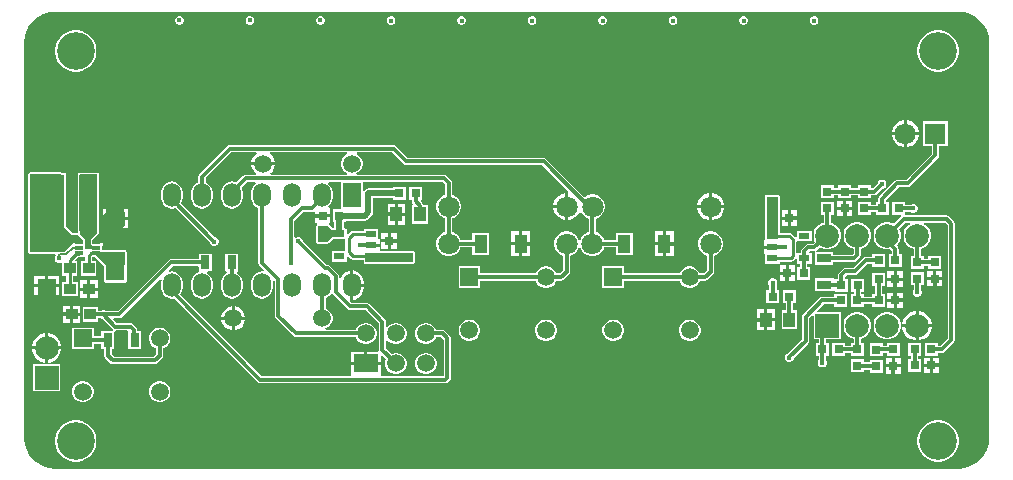
<source format=gbl>
G04*
G04 #@! TF.GenerationSoftware,Altium Limited,Altium Designer,24.3.1 (35)*
G04*
G04 Layer_Physical_Order=4*
G04 Layer_Color=16711680*
%FSLAX25Y25*%
%MOIN*%
G70*
G04*
G04 #@! TF.SameCoordinates,04A478E9-281F-4D04-800B-099DB510E279*
G04*
G04*
G04 #@! TF.FilePolarity,Positive*
G04*
G01*
G75*
%ADD13C,0.01181*%
%ADD16C,0.01000*%
%ADD17C,0.00591*%
%ADD18R,0.03150X0.03150*%
%ADD19R,0.03937X0.04921*%
%ADD20R,0.03150X0.03150*%
%ADD21R,0.03937X0.03740*%
%ADD28R,0.04331X0.06299*%
%ADD45C,0.01968*%
%ADD46C,0.12598*%
%ADD47C,0.05937*%
%ADD48R,0.05937X0.05937*%
%ADD49R,0.07874X0.07874*%
%ADD50C,0.07874*%
%ADD51R,0.05906X0.07874*%
%ADD52O,0.05906X0.07874*%
%ADD53R,0.07874X0.07874*%
%ADD54C,0.07087*%
%ADD55C,0.05906*%
%ADD56R,0.07087X0.07087*%
%ADD57R,0.07874X0.05906*%
%ADD58C,0.01772*%
%ADD65R,0.04724X0.03150*%
%ADD66R,0.03740X0.02362*%
%ADD67R,0.03150X0.04724*%
%ADD68R,0.05906X0.18898*%
%ADD69R,0.02598X0.01221*%
%ADD70R,0.06299X0.04331*%
%ADD71R,0.06299X0.09646*%
G36*
X296288Y142913D02*
X298208Y142330D01*
X299978Y141384D01*
X301529Y140112D01*
X302802Y138561D01*
X303748Y136791D01*
X304330Y134871D01*
X304525Y132895D01*
X304505Y132874D01*
X304505D01*
X304570Y132382D01*
X304505Y131890D01*
X304505Y1482D01*
X304505Y984D01*
X304479Y495D01*
X304330Y-1013D01*
X303748Y-2933D01*
X302802Y-4702D01*
X301529Y-6253D01*
X299978Y-7526D01*
X298208Y-8472D01*
X296288Y-9055D01*
X294508Y-9230D01*
X-6890D01*
X-6983Y-9242D01*
X-8887Y-9055D01*
X-10807Y-8472D01*
X-12576Y-7526D01*
X-14127Y-6253D01*
X-15400Y-4702D01*
X-16346Y-2933D01*
X-16929Y-1013D01*
X-17077Y495D01*
X-17104Y984D01*
X-17104Y1477D01*
X-17104Y131890D01*
X-17169Y132382D01*
X-17104Y132874D01*
X-17104D01*
X-17123Y132895D01*
X-16929Y134871D01*
X-16346Y136791D01*
X-15400Y138561D01*
X-14127Y140112D01*
X-12576Y141384D01*
X-10807Y142330D01*
X-8887Y142913D01*
X-6983Y143100D01*
X-6890Y143088D01*
X294291D01*
X294384Y143100D01*
X296288Y142913D01*
D02*
G37*
%LPC*%
G36*
X81900Y141595D02*
X81313D01*
X80770Y141370D01*
X80355Y140954D01*
X80130Y140412D01*
Y139824D01*
X80355Y139282D01*
X80770Y138866D01*
X81313Y138642D01*
X81900D01*
X82443Y138866D01*
X82858Y139282D01*
X83083Y139824D01*
Y140412D01*
X82858Y140954D01*
X82443Y141370D01*
X81900Y141595D01*
D02*
G37*
G36*
X58400D02*
X57813D01*
X57270Y141370D01*
X56855Y140954D01*
X56630Y140412D01*
Y139824D01*
X56855Y139282D01*
X57270Y138866D01*
X57813Y138642D01*
X58400D01*
X58943Y138866D01*
X59358Y139282D01*
X59583Y139824D01*
Y140412D01*
X59358Y140954D01*
X58943Y141370D01*
X58400Y141595D01*
D02*
G37*
G36*
X34900D02*
X34313D01*
X33770Y141370D01*
X33355Y140954D01*
X33130Y140412D01*
Y139824D01*
X33355Y139282D01*
X33770Y138866D01*
X34313Y138642D01*
X34900D01*
X35443Y138866D01*
X35858Y139282D01*
X36083Y139824D01*
Y140412D01*
X35858Y140954D01*
X35443Y141370D01*
X34900Y141595D01*
D02*
G37*
G36*
X246420Y141575D02*
X245832D01*
X245290Y141350D01*
X244874Y140935D01*
X244650Y140392D01*
Y139805D01*
X244874Y139262D01*
X245290Y138847D01*
X245832Y138622D01*
X246420D01*
X246962Y138847D01*
X247378Y139262D01*
X247602Y139805D01*
Y140392D01*
X247378Y140935D01*
X246962Y141350D01*
X246420Y141575D01*
D02*
G37*
G36*
X222920D02*
X222332D01*
X221790Y141350D01*
X221374Y140935D01*
X221150Y140392D01*
Y139805D01*
X221374Y139262D01*
X221790Y138847D01*
X222332Y138622D01*
X222920D01*
X223462Y138847D01*
X223878Y139262D01*
X224102Y139805D01*
Y140392D01*
X223878Y140935D01*
X223462Y141350D01*
X222920Y141575D01*
D02*
G37*
G36*
X199420D02*
X198832D01*
X198290Y141350D01*
X197874Y140935D01*
X197650Y140392D01*
Y139805D01*
X197874Y139262D01*
X198290Y138847D01*
X198832Y138622D01*
X199420D01*
X199962Y138847D01*
X200378Y139262D01*
X200602Y139805D01*
Y140392D01*
X200378Y140935D01*
X199962Y141350D01*
X199420Y141575D01*
D02*
G37*
G36*
X175920D02*
X175332D01*
X174790Y141350D01*
X174374Y140935D01*
X174150Y140392D01*
Y139805D01*
X174374Y139262D01*
X174790Y138847D01*
X175332Y138622D01*
X175920D01*
X176462Y138847D01*
X176878Y139262D01*
X177102Y139805D01*
Y140392D01*
X176878Y140935D01*
X176462Y141350D01*
X175920Y141575D01*
D02*
G37*
G36*
X152420D02*
X151832D01*
X151290Y141350D01*
X150874Y140935D01*
X150650Y140392D01*
Y139805D01*
X150874Y139262D01*
X151290Y138847D01*
X151832Y138622D01*
X152420D01*
X152962Y138847D01*
X153378Y139262D01*
X153602Y139805D01*
Y140392D01*
X153378Y140935D01*
X152962Y141350D01*
X152420Y141575D01*
D02*
G37*
G36*
X128920D02*
X128332D01*
X127790Y141350D01*
X127374Y140935D01*
X127150Y140392D01*
Y139805D01*
X127374Y139262D01*
X127790Y138847D01*
X128332Y138622D01*
X128920D01*
X129462Y138847D01*
X129878Y139262D01*
X130102Y139805D01*
Y140392D01*
X129878Y140935D01*
X129462Y141350D01*
X128920Y141575D01*
D02*
G37*
G36*
X105420D02*
X104832D01*
X104290Y141350D01*
X103874Y140935D01*
X103650Y140392D01*
Y139805D01*
X103874Y139262D01*
X104290Y138847D01*
X104832Y138622D01*
X105420D01*
X105962Y138847D01*
X106378Y139262D01*
X106602Y139805D01*
Y140392D01*
X106378Y140935D01*
X105962Y141350D01*
X105420Y141575D01*
D02*
G37*
G36*
X288080Y136811D02*
X286723D01*
X285392Y136546D01*
X284138Y136027D01*
X283010Y135273D01*
X282050Y134313D01*
X281296Y133185D01*
X280777Y131931D01*
X280512Y130600D01*
Y129243D01*
X280777Y127912D01*
X281296Y126658D01*
X282050Y125529D01*
X283010Y124570D01*
X284138Y123816D01*
X285392Y123296D01*
X286723Y123031D01*
X288080D01*
X289411Y123296D01*
X290665Y123816D01*
X291793Y124570D01*
X292753Y125529D01*
X293507Y126658D01*
X294027Y127912D01*
X294291Y129243D01*
Y130600D01*
X294027Y131931D01*
X293507Y133185D01*
X292753Y134313D01*
X291793Y135273D01*
X290665Y136027D01*
X289411Y136546D01*
X288080Y136811D01*
D02*
G37*
G36*
X679D02*
X-679D01*
X-2010Y136546D01*
X-3263Y136027D01*
X-4392Y135273D01*
X-5352Y134313D01*
X-6106Y133185D01*
X-6625Y131931D01*
X-6890Y130600D01*
Y129243D01*
X-6625Y127912D01*
X-6106Y126658D01*
X-5352Y125529D01*
X-4392Y124570D01*
X-3263Y123816D01*
X-2010Y123296D01*
X-679Y123031D01*
X679D01*
X2010Y123296D01*
X3263Y123816D01*
X4392Y124570D01*
X5352Y125529D01*
X6106Y126658D01*
X6625Y127912D01*
X6890Y129243D01*
Y130600D01*
X6625Y131931D01*
X6106Y133185D01*
X5352Y134313D01*
X4392Y135273D01*
X3263Y136027D01*
X2010Y136546D01*
X679Y136811D01*
D02*
G37*
G36*
X277212Y106945D02*
X277114D01*
Y102902D01*
X281157D01*
Y103000D01*
X280848Y104155D01*
X280250Y105191D01*
X279404Y106037D01*
X278368Y106635D01*
X277212Y106945D01*
D02*
G37*
G36*
X276114D02*
X276016D01*
X274861Y106635D01*
X273825Y106037D01*
X272979Y105191D01*
X272380Y104155D01*
X272071Y103000D01*
Y102902D01*
X276114D01*
Y106945D01*
D02*
G37*
G36*
X106000Y98566D02*
X106000Y98566D01*
X51410D01*
X51409Y98566D01*
X50949Y98475D01*
X50558Y98214D01*
X41239Y88895D01*
X40978Y88504D01*
X40886Y88043D01*
X40886Y88043D01*
Y86254D01*
X40304Y86012D01*
X39563Y85444D01*
X38996Y84704D01*
X38638Y83842D01*
X38517Y82917D01*
Y80949D01*
X38638Y80024D01*
X38996Y79162D01*
X39563Y78422D01*
X40304Y77854D01*
X41166Y77497D01*
X42090Y77375D01*
X43016Y77497D01*
X43878Y77854D01*
X44618Y78422D01*
X45186Y79162D01*
X45543Y80024D01*
X45664Y80949D01*
Y82917D01*
X45543Y83842D01*
X45186Y84704D01*
X44618Y85444D01*
X43878Y86012D01*
X43295Y86254D01*
Y87545D01*
X51908Y96158D01*
X60191D01*
X60325Y95658D01*
X60136Y95549D01*
X59400Y94813D01*
X58880Y93911D01*
X58610Y92906D01*
Y92886D01*
X62563D01*
X66516D01*
Y92906D01*
X66246Y93911D01*
X65726Y94813D01*
X64990Y95549D01*
X64801Y95658D01*
X64935Y96158D01*
X90382D01*
X90425Y96091D01*
X90266Y95424D01*
X89915Y95221D01*
X89255Y94561D01*
X88789Y93753D01*
X88547Y92852D01*
Y91919D01*
X88789Y91018D01*
X89255Y90210D01*
X89915Y89551D01*
X90583Y89165D01*
X90449Y88665D01*
X65024D01*
X64890Y89165D01*
X64990Y89223D01*
X65726Y89959D01*
X66246Y90860D01*
X66516Y91865D01*
Y91886D01*
X62563D01*
X58610D01*
Y91865D01*
X58880Y90860D01*
X59400Y89959D01*
X60136Y89223D01*
X60236Y89165D01*
X60102Y88665D01*
X56634D01*
X56173Y88573D01*
X55782Y88312D01*
X55782Y88312D01*
X53598Y86128D01*
X53016Y86369D01*
X52091Y86491D01*
X51166Y86369D01*
X50304Y86012D01*
X49563Y85444D01*
X48996Y84704D01*
X48638Y83842D01*
X48517Y82917D01*
Y80949D01*
X48638Y80024D01*
X48996Y79162D01*
X49563Y78422D01*
X50304Y77854D01*
X51166Y77497D01*
X52091Y77375D01*
X53016Y77497D01*
X53878Y77854D01*
X54618Y78422D01*
X55186Y79162D01*
X55543Y80024D01*
X55664Y80949D01*
Y82917D01*
X55543Y83842D01*
X55301Y84425D01*
X57133Y86256D01*
X59800D01*
X59970Y85756D01*
X59563Y85444D01*
X58995Y84704D01*
X58639Y83842D01*
X58517Y82917D01*
Y80949D01*
X58639Y80024D01*
X58995Y79162D01*
X59563Y78422D01*
X60304Y77854D01*
X60886Y77612D01*
Y59343D01*
X60886Y59342D01*
X60978Y58882D01*
X61239Y58491D01*
X62832Y56898D01*
X62599Y56424D01*
X62090Y56491D01*
X61165Y56369D01*
X60304Y56012D01*
X59563Y55444D01*
X58995Y54704D01*
X58639Y53842D01*
X58517Y52917D01*
Y50949D01*
X58639Y50024D01*
X58995Y49162D01*
X59563Y48422D01*
X60304Y47854D01*
X61165Y47497D01*
X62090Y47375D01*
X63016Y47497D01*
X63877Y47854D01*
X64618Y48422D01*
X65186Y49162D01*
X65543Y50024D01*
X65664Y50949D01*
Y52917D01*
X65629Y53185D01*
X66098Y53456D01*
X66343Y53268D01*
Y41740D01*
X66343Y41740D01*
X66435Y41279D01*
X66696Y40889D01*
X72629Y34956D01*
X72629Y34956D01*
X73019Y34694D01*
X73480Y34603D01*
X73480Y34603D01*
X93411D01*
X93455Y34439D01*
X93922Y33632D01*
X94581Y32972D01*
X95389Y32505D01*
X96291Y32264D01*
X97224D01*
X98125Y32505D01*
X98933Y32972D01*
X99592Y33632D01*
X100059Y34439D01*
X100300Y35341D01*
Y36274D01*
X100059Y37175D01*
X99592Y37983D01*
X98933Y38642D01*
X98125Y39109D01*
X97224Y39350D01*
X96291D01*
X95389Y39109D01*
X94581Y38642D01*
X93922Y37983D01*
X93455Y37175D01*
X93411Y37011D01*
X83341D01*
X83275Y37511D01*
X83458Y37560D01*
X84266Y38027D01*
X84926Y38687D01*
X85392Y39494D01*
X85634Y40396D01*
Y41329D01*
X85392Y42230D01*
X84926Y43038D01*
X84266Y43698D01*
X83458Y44164D01*
X83295Y44208D01*
Y47612D01*
X83877Y47854D01*
X84618Y48422D01*
X85097Y49047D01*
X85517Y49085D01*
X85679Y49047D01*
X85782Y48893D01*
X90684Y43991D01*
X90684Y43991D01*
X91075Y43730D01*
X91535Y43638D01*
X91536Y43638D01*
X96566D01*
X101010Y39195D01*
Y30351D01*
X101010Y30350D01*
X101028Y30260D01*
X100632Y29760D01*
X97257D01*
Y26307D01*
X101694D01*
Y28514D01*
X102156Y28705D01*
X103540Y27321D01*
X103455Y27175D01*
X103214Y26274D01*
Y25341D01*
X103455Y24439D01*
X103922Y23631D01*
X104581Y22972D01*
X105389Y22505D01*
X106291Y22264D01*
X107224D01*
X108125Y22505D01*
X108933Y22972D01*
X109592Y23631D01*
X110059Y24439D01*
X110300Y25341D01*
Y26274D01*
X110059Y27175D01*
X109592Y27983D01*
X108933Y28642D01*
X108125Y29109D01*
X107224Y29350D01*
X106291D01*
X105389Y29109D01*
X105243Y29024D01*
X103418Y30849D01*
Y33504D01*
X103918Y33638D01*
X103922Y33632D01*
X104581Y32972D01*
X105389Y32505D01*
X106291Y32264D01*
X107224D01*
X108125Y32505D01*
X108933Y32972D01*
X109592Y33632D01*
X110059Y34439D01*
X110300Y35341D01*
Y36274D01*
X110059Y37175D01*
X109592Y37983D01*
X108933Y38642D01*
X108125Y39109D01*
X107224Y39350D01*
X106291D01*
X105389Y39109D01*
X104581Y38642D01*
X103922Y37983D01*
X103918Y37976D01*
X103418Y38110D01*
Y39694D01*
X103326Y40155D01*
X103065Y40546D01*
X103065Y40546D01*
X97917Y45694D01*
X97526Y45955D01*
X97065Y46047D01*
X97065Y46047D01*
X92034D01*
X91553Y46529D01*
X91590Y46606D01*
Y51933D01*
Y56838D01*
X91059Y56768D01*
X90097Y56370D01*
X89271Y55737D01*
X88638Y54911D01*
X88338Y54187D01*
X87838Y54287D01*
Y54799D01*
X87746Y55260D01*
X87485Y55651D01*
X87485Y55651D01*
X84824Y58312D01*
X84433Y58573D01*
X83972Y58665D01*
X83972Y58665D01*
X83751D01*
X75709Y66707D01*
Y66774D01*
X75484Y67317D01*
X75069Y67732D01*
X74526Y67957D01*
X73939D01*
X73396Y67732D01*
X72913Y67956D01*
Y73426D01*
X75877Y76390D01*
X78736D01*
X78736Y76390D01*
X79197Y76482D01*
X79299Y76550D01*
X79799Y76283D01*
Y75539D01*
X82374D01*
X84949D01*
Y77614D01*
X84387D01*
X84217Y78114D01*
X84618Y78422D01*
X85186Y79162D01*
X85543Y80024D01*
X85664Y80949D01*
Y82917D01*
X85543Y83842D01*
X85186Y84704D01*
X84618Y85444D01*
X84211Y85756D01*
X84381Y86256D01*
X88547D01*
Y77705D01*
X88547Y77406D01*
X88130Y77205D01*
X85720D01*
Y72874D01*
X86182D01*
Y70797D01*
X85631D01*
X84519Y71909D01*
X84384Y71965D01*
X84483Y72465D01*
X84949D01*
Y74539D01*
X82374D01*
X79799D01*
Y72465D01*
X80462D01*
X80561Y71965D01*
X80426Y71909D01*
X80239Y71457D01*
Y68976D01*
Y66378D01*
X80426Y65926D01*
X80878Y65739D01*
X83949D01*
X84401Y65926D01*
X85631Y67156D01*
X89717D01*
X89892Y66694D01*
Y63268D01*
X85386D01*
Y59724D01*
X90307D01*
Y61416D01*
X90769Y61607D01*
X91667Y60710D01*
X91667Y60710D01*
X92027Y60469D01*
X92453Y60384D01*
X95967D01*
Y59527D01*
X96154Y59075D01*
X96606Y58888D01*
X112413D01*
X112865Y59075D01*
X113053Y59527D01*
Y62677D01*
X112865Y63129D01*
X112413Y63316D01*
X101346D01*
Y64736D01*
X98476D01*
Y65736D01*
X101346D01*
Y67417D01*
X100937D01*
Y70748D01*
X96016D01*
Y70088D01*
X92374D01*
X92374Y70088D01*
X91948Y70004D01*
X91588Y69763D01*
X91588Y69763D01*
X90769Y68944D01*
X90307Y69135D01*
Y70040D01*
X90356Y70157D01*
X90317Y70250D01*
X90326Y70350D01*
X90307Y70748D01*
X90053D01*
X89717Y70797D01*
X89393Y71218D01*
Y72874D01*
X90051D01*
Y73434D01*
X96350D01*
X96350Y73434D01*
X96965Y73556D01*
X97486Y73904D01*
X98706Y75125D01*
X98706Y75125D01*
X99054Y75645D01*
X99177Y76260D01*
X99177Y76260D01*
Y80953D01*
X105681D01*
Y80394D01*
X110012D01*
Y84724D01*
X105681D01*
Y84165D01*
X97769D01*
X97571Y84204D01*
X96956Y84082D01*
X96435Y83734D01*
X96134Y83282D01*
X95850Y83293D01*
X95634Y83365D01*
Y86256D01*
X122329D01*
X123107Y85479D01*
Y82030D01*
X122794Y81947D01*
X121852Y81402D01*
X121082Y80633D01*
X120538Y79690D01*
X120256Y78639D01*
Y77550D01*
X120538Y76499D01*
X121082Y75556D01*
X121852Y74787D01*
X122794Y74242D01*
X123107Y74159D01*
Y69650D01*
X122715Y69545D01*
X121773Y69001D01*
X121003Y68231D01*
X120459Y67289D01*
X120177Y66237D01*
Y65149D01*
X120459Y64097D01*
X121003Y63155D01*
X121773Y62385D01*
X122715Y61841D01*
X123767Y61559D01*
X124855D01*
X125907Y61841D01*
X126849Y62385D01*
X127619Y63155D01*
X128163Y64097D01*
X128268Y64489D01*
X132232D01*
Y61953D01*
X137744D01*
Y69433D01*
X132232D01*
Y66897D01*
X128268D01*
X128163Y67289D01*
X127619Y68231D01*
X126849Y69001D01*
X125907Y69545D01*
X125515Y69650D01*
Y74116D01*
X125985Y74242D01*
X126928Y74787D01*
X127698Y75556D01*
X128242Y76499D01*
X128524Y77550D01*
Y78639D01*
X128242Y79690D01*
X127698Y80633D01*
X126928Y81402D01*
X125985Y81947D01*
X125515Y82073D01*
Y85977D01*
X125515Y85977D01*
X125424Y86438D01*
X125162Y86829D01*
X123679Y88312D01*
X123289Y88573D01*
X122828Y88665D01*
X122828Y88665D01*
X93732D01*
X93598Y89165D01*
X94266Y89551D01*
X94926Y90210D01*
X95392Y91018D01*
X95634Y91919D01*
Y92852D01*
X95392Y93753D01*
X94926Y94561D01*
X94266Y95221D01*
X93915Y95424D01*
X93756Y96091D01*
X93799Y96158D01*
X105501D01*
X109357Y92302D01*
X109357Y92302D01*
X109748Y92041D01*
X110209Y91949D01*
X155462D01*
X164274Y83138D01*
X164260Y83104D01*
Y78095D01*
Y73551D01*
X164358D01*
X165514Y73861D01*
X166550Y74459D01*
X167395Y75305D01*
X167973Y76305D01*
X168081Y76340D01*
X168509Y76334D01*
X168983Y75513D01*
X169753Y74743D01*
X170696Y74199D01*
X171048Y74105D01*
Y69646D01*
X170656Y69541D01*
X169714Y68997D01*
X168944Y68227D01*
X168400Y67285D01*
X168226Y66635D01*
X167708D01*
X167533Y67289D01*
X166989Y68231D01*
X166219Y69001D01*
X165277Y69545D01*
X164225Y69827D01*
X163137D01*
X162085Y69545D01*
X161143Y69001D01*
X160373Y68231D01*
X159829Y67289D01*
X159547Y66237D01*
Y65149D01*
X159829Y64097D01*
X160373Y63155D01*
X161143Y62385D01*
X162085Y61841D01*
X162477Y61736D01*
Y56861D01*
X161411Y55795D01*
X160153D01*
X160108Y55964D01*
X159639Y56776D01*
X158977Y57438D01*
X158165Y57907D01*
X157260Y58150D01*
X156323D01*
X155418Y57907D01*
X154606Y57438D01*
X153943Y56776D01*
X153475Y55964D01*
X153429Y55795D01*
X134760D01*
Y58150D01*
X127642D01*
Y51032D01*
X134760D01*
Y53386D01*
X153429D01*
X153475Y53217D01*
X153943Y52405D01*
X154606Y51743D01*
X155418Y51274D01*
X156323Y51032D01*
X157260D01*
X158165Y51274D01*
X158977Y51743D01*
X159639Y52405D01*
X160108Y53217D01*
X160153Y53386D01*
X161909D01*
X161909Y53386D01*
X162370Y53478D01*
X162761Y53739D01*
X164533Y55511D01*
X164794Y55901D01*
X164885Y56362D01*
Y61736D01*
X165277Y61841D01*
X166219Y62385D01*
X166989Y63155D01*
X167533Y64097D01*
X167707Y64746D01*
X168225D01*
X168400Y64093D01*
X168944Y63151D01*
X169714Y62381D01*
X170656Y61837D01*
X171708Y61555D01*
X172796D01*
X173848Y61837D01*
X174790Y62381D01*
X175560Y63151D01*
X176104Y64093D01*
X176209Y64485D01*
X180134D01*
Y61910D01*
X185646D01*
Y69390D01*
X180134D01*
Y66893D01*
X176209D01*
X176104Y67285D01*
X175560Y68227D01*
X174790Y68997D01*
X173848Y69541D01*
X173456Y69646D01*
Y74084D01*
X173887Y74199D01*
X174830Y74743D01*
X175599Y75513D01*
X176144Y76456D01*
X176425Y77507D01*
Y78595D01*
X176144Y79647D01*
X175599Y80589D01*
X174830Y81359D01*
X173887Y81903D01*
X172836Y82185D01*
X171747D01*
X170696Y81903D01*
X169753Y81359D01*
X169606Y81212D01*
X156813Y94005D01*
X156422Y94266D01*
X155961Y94358D01*
X155961Y94358D01*
X110708D01*
X106852Y98214D01*
X106461Y98475D01*
X106000Y98566D01*
D02*
G37*
G36*
X281157Y101902D02*
X277114D01*
Y97858D01*
X277212D01*
X278368Y98168D01*
X279404Y98766D01*
X280250Y99612D01*
X280848Y100648D01*
X281157Y101803D01*
Y101902D01*
D02*
G37*
G36*
X276114D02*
X272071D01*
Y101803D01*
X272380Y100648D01*
X272979Y99612D01*
X273825Y98766D01*
X274861Y98168D01*
X276016Y97858D01*
X276114D01*
Y101902D01*
D02*
G37*
G36*
X290748Y106535D02*
X282480D01*
Y98268D01*
X285410D01*
Y95668D01*
X276793Y87051D01*
X273937D01*
X273937Y87051D01*
X273476Y86959D01*
X273085Y86698D01*
X273085Y86698D01*
X267948Y81560D01*
X267687Y81169D01*
X267595Y80709D01*
X267595Y80709D01*
Y79689D01*
X266634D01*
Y78728D01*
X264990D01*
Y79689D01*
X260659D01*
Y75358D01*
X264990D01*
Y76319D01*
X266634D01*
Y75358D01*
X270965D01*
Y79689D01*
X270003D01*
Y80210D01*
X274436Y84642D01*
X277291D01*
X277291Y84642D01*
X277752Y84734D01*
X278143Y84995D01*
X287466Y94318D01*
X287466Y94318D01*
X287727Y94709D01*
X287818Y95169D01*
Y98268D01*
X290748D01*
Y106535D01*
D02*
G37*
G36*
X269077Y87039D02*
X268490D01*
X267947Y86815D01*
X267532Y86399D01*
X267307Y85857D01*
Y85790D01*
X265757Y84240D01*
X264990D01*
Y85201D01*
X260659D01*
Y84240D01*
X258524D01*
Y85201D01*
X254193D01*
Y84240D01*
X252736D01*
Y85201D01*
X248406D01*
Y80870D01*
X252736D01*
Y81831D01*
X254193D01*
Y80870D01*
X258524D01*
Y81831D01*
X260659D01*
Y80870D01*
X264990D01*
Y81831D01*
X266256D01*
X266256Y81831D01*
X266717Y81923D01*
X267108Y82184D01*
X269010Y84087D01*
X269077D01*
X269620Y84311D01*
X270035Y84727D01*
X270260Y85269D01*
Y85857D01*
X270035Y86399D01*
X269620Y86815D01*
X269077Y87039D01*
D02*
G37*
G36*
X163260Y82638D02*
X163162D01*
X162006Y82328D01*
X160970Y81730D01*
X160124Y80884D01*
X159526Y79848D01*
X159216Y78693D01*
Y78594D01*
X163260D01*
Y82638D01*
D02*
G37*
G36*
X212260Y82595D02*
X212161D01*
Y78551D01*
X216205D01*
Y78649D01*
X215895Y79805D01*
X215297Y80841D01*
X214451Y81687D01*
X213415Y82285D01*
X212260Y82595D01*
D02*
G37*
G36*
X211161D02*
X211063D01*
X209908Y82285D01*
X208872Y81687D01*
X208026Y80841D01*
X207428Y79805D01*
X207118Y78649D01*
Y78551D01*
X211161D01*
Y82595D01*
D02*
G37*
G36*
X258933Y80098D02*
X256858D01*
Y78024D01*
X258933D01*
Y80098D01*
D02*
G37*
G36*
X255858D02*
X253783D01*
Y78024D01*
X255858D01*
Y80098D01*
D02*
G37*
G36*
X276476Y79689D02*
X272146D01*
Y75358D01*
X275119D01*
X275271Y74858D01*
X275231Y74832D01*
X272727Y72328D01*
X272240Y72609D01*
X271088Y72917D01*
X269896D01*
X268744Y72609D01*
X267712Y72013D01*
X266869Y71170D01*
X266273Y70137D01*
X265965Y68986D01*
Y67794D01*
X266273Y66642D01*
X266869Y65610D01*
X267712Y64767D01*
X268744Y64171D01*
X269896Y63862D01*
X271088D01*
X271417Y63950D01*
X271965Y63403D01*
Y62406D01*
X271004D01*
Y58075D01*
X275335D01*
Y62406D01*
X274374D01*
Y63902D01*
X274282Y64362D01*
X274021Y64753D01*
X274021Y64753D01*
X273640Y65134D01*
X274115Y65610D01*
X274711Y66642D01*
X275020Y67794D01*
Y68986D01*
X274711Y70137D01*
X274430Y70625D01*
X276582Y72776D01*
X278034D01*
X278168Y72276D01*
X277712Y72013D01*
X276869Y71170D01*
X276273Y70137D01*
X275965Y68986D01*
Y67794D01*
X276273Y66642D01*
X276869Y65610D01*
X277712Y64767D01*
X278745Y64171D01*
X279288Y64025D01*
Y61697D01*
X278327D01*
Y57366D01*
X282658D01*
Y58367D01*
X284154D01*
Y57445D01*
X288484D01*
Y61776D01*
X284154D01*
Y60775D01*
X282658D01*
Y61697D01*
X281696D01*
Y64025D01*
X282240Y64171D01*
X283272Y64767D01*
X284115Y65610D01*
X284711Y66642D01*
X285020Y67794D01*
Y68986D01*
X284711Y70137D01*
X284115Y71170D01*
X283272Y72013D01*
X282816Y72276D01*
X282950Y72776D01*
X289796D01*
X290627Y71946D01*
Y34164D01*
X288182Y31720D01*
X287382D01*
Y32681D01*
X283051D01*
Y28350D01*
X287382D01*
Y29311D01*
X288681D01*
X288681Y29311D01*
X289142Y29403D01*
X289533Y29664D01*
X292682Y32814D01*
X292682Y32814D01*
X292943Y33204D01*
X293035Y33665D01*
X293035Y33665D01*
Y72445D01*
X293035Y72445D01*
X292943Y72906D01*
X292682Y73296D01*
X292682Y73296D01*
X291147Y74832D01*
X290756Y75093D01*
X290295Y75185D01*
X290295Y75185D01*
X276904D01*
X276476Y75358D01*
X276476Y75685D01*
Y76319D01*
X278309D01*
X278357Y76272D01*
X278899Y76047D01*
X279487D01*
X280029Y76272D01*
X280445Y76687D01*
X280669Y77230D01*
Y77817D01*
X280445Y78360D01*
X280029Y78775D01*
X279487Y79000D01*
X278899D01*
X278357Y78775D01*
X278309Y78728D01*
X276476D01*
Y79689D01*
D02*
G37*
G36*
X109909Y78933D02*
X107441D01*
Y75972D01*
X109909D01*
Y78933D01*
D02*
G37*
G36*
X106441D02*
X103972D01*
Y75972D01*
X106441D01*
Y78933D01*
D02*
G37*
G36*
X12689Y77437D02*
X9039D01*
Y75437D01*
X10039Y76437D01*
X12689D01*
Y77437D01*
D02*
G37*
G36*
X258933Y77024D02*
X256858D01*
Y74949D01*
X258933D01*
Y77024D01*
D02*
G37*
G36*
X255858D02*
X253783D01*
Y74949D01*
X255858D01*
Y77024D01*
D02*
G37*
G36*
X17339Y77437D02*
X13689D01*
Y76437D01*
X16339D01*
Y74772D01*
X17339D01*
Y77437D01*
D02*
G37*
G36*
X240508Y76831D02*
X238433D01*
Y74756D01*
X240508D01*
Y76831D01*
D02*
G37*
G36*
X237433D02*
X235358D01*
Y74756D01*
X237433D01*
Y76831D01*
D02*
G37*
G36*
X163260Y77595D02*
X159216D01*
Y77496D01*
X159526Y76341D01*
X160124Y75305D01*
X160970Y74459D01*
X162006Y73861D01*
X163162Y73551D01*
X163260D01*
Y77595D01*
D02*
G37*
G36*
X216205Y77551D02*
X212161D01*
Y73508D01*
X212260D01*
X213415Y73817D01*
X214451Y74416D01*
X215297Y75261D01*
X215895Y76297D01*
X216205Y77453D01*
Y77551D01*
D02*
G37*
G36*
X211161D02*
X207118D01*
Y77453D01*
X207428Y76297D01*
X208026Y75261D01*
X208872Y74416D01*
X209908Y73817D01*
X211063Y73508D01*
X211161D01*
Y77551D01*
D02*
G37*
G36*
X115524Y84724D02*
X111193D01*
Y80394D01*
X112154D01*
Y79803D01*
X112154Y79803D01*
X112246Y79342D01*
X112459Y79024D01*
X112316Y78524D01*
X112256D01*
Y72421D01*
X117374D01*
Y78524D01*
X115921D01*
X115849Y78886D01*
X115588Y79277D01*
X115588Y79277D01*
X114971Y79894D01*
X115178Y80394D01*
X115524D01*
Y84724D01*
D02*
G37*
G36*
X109909Y74972D02*
X107441D01*
Y72012D01*
X109909D01*
Y74972D01*
D02*
G37*
G36*
X106441D02*
X103972D01*
Y72012D01*
X106441D01*
Y74972D01*
D02*
G37*
G36*
X240508Y73756D02*
X238433D01*
Y71681D01*
X240508D01*
Y73756D01*
D02*
G37*
G36*
X237433D02*
X235358D01*
Y71681D01*
X237433D01*
Y73756D01*
D02*
G37*
G36*
X17339Y73772D02*
X16339D01*
Y72106D01*
X15339Y71106D01*
X17339D01*
Y73772D01*
D02*
G37*
G36*
X107035Y69189D02*
X104961D01*
Y67114D01*
X107035D01*
Y69189D01*
D02*
G37*
G36*
X103961D02*
X101886D01*
Y67114D01*
X103961D01*
Y69189D01*
D02*
G37*
G36*
X151539Y69842D02*
X148874D01*
Y66193D01*
X151539D01*
Y69842D01*
D02*
G37*
G36*
X147874D02*
X145209D01*
Y66193D01*
X147874D01*
Y69842D01*
D02*
G37*
G36*
X199441Y69799D02*
X196776D01*
Y66150D01*
X199441D01*
Y69799D01*
D02*
G37*
G36*
X195776D02*
X193110D01*
Y66150D01*
X195776D01*
Y69799D01*
D02*
G37*
G36*
X32090Y86491D02*
X31166Y86369D01*
X30304Y86012D01*
X29563Y85444D01*
X28995Y84704D01*
X28638Y83842D01*
X28517Y82917D01*
Y80949D01*
X28638Y80024D01*
X28995Y79162D01*
X29563Y78422D01*
X30304Y77854D01*
X31166Y77497D01*
X32090Y77375D01*
X33015Y77497D01*
X33281Y77607D01*
X44693Y66195D01*
Y66128D01*
X44918Y65585D01*
X45333Y65170D01*
X45876Y64945D01*
X46463D01*
X47006Y65170D01*
X47421Y65585D01*
X47646Y66128D01*
Y66715D01*
X47421Y67258D01*
X47006Y67673D01*
X46463Y67898D01*
X46396D01*
X35162Y79131D01*
X35186Y79162D01*
X35543Y80024D01*
X35664Y80949D01*
Y82917D01*
X35543Y83842D01*
X35186Y84704D01*
X34618Y85444D01*
X33878Y86012D01*
X33015Y86369D01*
X32090Y86491D01*
D02*
G37*
G36*
X107035Y66114D02*
X104961D01*
Y64039D01*
X107035D01*
Y66114D01*
D02*
G37*
G36*
X103961D02*
X101886D01*
Y64039D01*
X103961D01*
Y66114D01*
D02*
G37*
G36*
X151539Y65193D02*
X148874D01*
Y61543D01*
X151539D01*
Y65193D01*
D02*
G37*
G36*
X147874D02*
X145209D01*
Y61543D01*
X147874D01*
Y65193D01*
D02*
G37*
G36*
X199441Y65150D02*
X196776D01*
Y61500D01*
X199441D01*
Y65150D01*
D02*
G37*
G36*
X195776D02*
X193110D01*
Y61500D01*
X195776D01*
Y65150D01*
D02*
G37*
G36*
X269823Y62406D02*
X265492D01*
Y61444D01*
X263461D01*
X263461Y61444D01*
X263000Y61353D01*
X262609Y61092D01*
X259265Y57748D01*
X256496D01*
X256035Y57656D01*
X255644Y57395D01*
X255644Y57395D01*
X254306Y56056D01*
X254045Y55666D01*
X253953Y55205D01*
X253953Y55205D01*
Y54094D01*
X252992D01*
Y54094D01*
X252522Y54168D01*
Y54193D01*
X246617D01*
Y49862D01*
X252522D01*
Y49862D01*
X252992Y49789D01*
Y49764D01*
X257323D01*
Y54094D01*
X256362D01*
Y54706D01*
X256995Y55339D01*
X259764D01*
X259764Y55339D01*
X260225Y55431D01*
X260615Y55692D01*
X263960Y59036D01*
X265492D01*
Y58075D01*
X269823D01*
Y62406D01*
D02*
G37*
G36*
X234095Y81982D02*
X230354D01*
X229902Y81795D01*
X229715Y81343D01*
Y67130D01*
X229371Y66752D01*
X229354D01*
Y65071D01*
X232224D01*
Y64071D01*
X229354D01*
Y62390D01*
X229764D01*
Y59059D01*
X234685D01*
Y59719D01*
X238327D01*
X238327Y59719D01*
X238752Y59803D01*
X239113Y60044D01*
X239743Y60674D01*
X239743Y60674D01*
X239894Y60900D01*
X240394Y60748D01*
Y59059D01*
X241504D01*
Y58041D01*
X240543D01*
Y53711D01*
X244874D01*
Y58041D01*
X243913D01*
Y59059D01*
X245315D01*
Y62602D01*
X244814D01*
X244598Y63087D01*
X244816Y63367D01*
X246025D01*
X246439Y63143D01*
X246617Y62932D01*
X246617Y62777D01*
X246617Y62743D01*
Y58720D01*
X252522D01*
Y59682D01*
X259409D01*
X259409Y59682D01*
X259870Y59773D01*
X260261Y60034D01*
X261344Y61117D01*
X261605Y61508D01*
X261696Y61968D01*
Y64025D01*
X262240Y64171D01*
X263272Y64767D01*
X264115Y65610D01*
X264711Y66642D01*
X265020Y67794D01*
Y68986D01*
X264711Y70137D01*
X264115Y71170D01*
X263272Y72013D01*
X262240Y72609D01*
X261088Y72917D01*
X259896D01*
X258745Y72609D01*
X257712Y72013D01*
X256869Y71170D01*
X256273Y70137D01*
X255965Y68986D01*
Y67794D01*
X256273Y66642D01*
X256869Y65610D01*
X257712Y64767D01*
X258745Y64171D01*
X259288Y64025D01*
Y62467D01*
X258911Y62090D01*
X252522D01*
Y63051D01*
X247068D01*
X247064Y63051D01*
X247064Y63051D01*
X246989Y63051D01*
X246887Y63387D01*
D01*
X246887Y63387D01*
X247144Y63774D01*
X247981Y64611D01*
X248745Y64171D01*
X249896Y63862D01*
X251088D01*
X252240Y64171D01*
X253272Y64767D01*
X254115Y65610D01*
X254711Y66642D01*
X255020Y67794D01*
Y68986D01*
X254711Y70137D01*
X254115Y71170D01*
X253272Y72013D01*
X252240Y72609D01*
X251696Y72754D01*
Y75358D01*
X252736D01*
Y79689D01*
X248406D01*
Y75358D01*
X249288D01*
Y72754D01*
X248745Y72609D01*
X247712Y72013D01*
X246869Y71170D01*
X246273Y70137D01*
X245965Y68986D01*
Y67794D01*
X246273Y66642D01*
X246395Y66431D01*
X245739Y65775D01*
X244193D01*
X243732Y65684D01*
X243341Y65422D01*
X243341Y65422D01*
X242003Y64084D01*
X241742Y63693D01*
X241650Y63232D01*
X241650Y63232D01*
Y62956D01*
X241297Y62602D01*
X240394Y62602D01*
X240069Y62968D01*
Y66174D01*
X240394Y66539D01*
X240569Y66539D01*
X245315D01*
Y70083D01*
X240394D01*
Y67960D01*
X239894Y67809D01*
X239743Y68034D01*
X238680Y69097D01*
X238319Y69338D01*
X237894Y69423D01*
X237894Y69423D01*
X234734Y69423D01*
Y81343D01*
X234546Y81795D01*
X234095Y81982D01*
D02*
G37*
G36*
X239772Y58451D02*
X237697D01*
Y56376D01*
X239772D01*
Y58451D01*
D02*
G37*
G36*
X236697D02*
X234622D01*
Y56376D01*
X236697D01*
Y58451D01*
D02*
G37*
G36*
X212166Y69823D02*
X211078D01*
X210026Y69541D01*
X209084Y68997D01*
X208314Y68227D01*
X207770Y67285D01*
X207488Y66233D01*
Y65145D01*
X207770Y64093D01*
X208314Y63151D01*
X209084Y62381D01*
X210026Y61837D01*
X210418Y61732D01*
Y56857D01*
X209352Y55791D01*
X208094D01*
X208049Y55960D01*
X207580Y56772D01*
X206918Y57435D01*
X206106Y57903D01*
X205201Y58146D01*
X204264D01*
X203359Y57903D01*
X202547Y57435D01*
X201884Y56772D01*
X201416Y55960D01*
X201370Y55791D01*
X182701D01*
Y58146D01*
X175583D01*
Y51028D01*
X182701D01*
Y53382D01*
X201370D01*
X201416Y53213D01*
X201884Y52401D01*
X202547Y51739D01*
X203359Y51270D01*
X204264Y51028D01*
X205201D01*
X206106Y51270D01*
X206918Y51739D01*
X207580Y52401D01*
X208049Y53213D01*
X208094Y53382D01*
X209850D01*
X209850Y53382D01*
X210311Y53474D01*
X210702Y53735D01*
X212474Y55507D01*
X212735Y55897D01*
X212826Y56358D01*
Y61732D01*
X213218Y61837D01*
X214160Y62381D01*
X214930Y63151D01*
X215474Y64093D01*
X215756Y65145D01*
Y66233D01*
X215474Y67285D01*
X214930Y68227D01*
X214160Y68997D01*
X213218Y69541D01*
X212166Y69823D01*
D02*
G37*
G36*
X288894Y56673D02*
X286819D01*
Y54598D01*
X288894D01*
Y56673D01*
D02*
G37*
G36*
X285819D02*
X283744D01*
Y54598D01*
X285819D01*
Y56673D01*
D02*
G37*
G36*
X275744Y56476D02*
X273669D01*
Y54402D01*
X275744D01*
Y56476D01*
D02*
G37*
G36*
X272669D02*
X270595D01*
Y54402D01*
X272669D01*
Y56476D01*
D02*
G37*
G36*
X239772Y55376D02*
X237697D01*
Y53301D01*
X239772D01*
Y55376D01*
D02*
G37*
G36*
X236697D02*
X234622D01*
Y53301D01*
X236697D01*
Y55376D01*
D02*
G37*
G36*
X-4764Y89458D02*
X-15118D01*
X-15570Y89271D01*
X-15757Y88819D01*
Y63071D01*
X-15570Y62619D01*
X-15118Y62432D01*
X-6820D01*
X-6613Y61932D01*
X-6803Y61742D01*
X-7028Y61199D01*
Y60612D01*
X-6803Y60069D01*
X-6387Y59654D01*
X-5845Y59429D01*
X-5257D01*
X-5028Y59524D01*
X-4527Y59190D01*
Y55000D01*
X-3080D01*
X-3080Y53071D01*
X-4488D01*
Y48150D01*
X630D01*
Y53071D01*
X-857D01*
X-857Y55000D01*
X591D01*
Y59921D01*
X80D01*
X-111Y60383D01*
X713Y61207D01*
X1083D01*
X1348Y61260D01*
X2972D01*
X3219Y60862D01*
Y59921D01*
X1772D01*
Y55000D01*
X6890D01*
Y59921D01*
X5443D01*
Y60750D01*
X5571Y61211D01*
X6605Y61212D01*
X9400Y58417D01*
Y53406D01*
X9587Y52954D01*
X10039Y52767D01*
X16339D01*
X16791Y52954D01*
X16978Y53406D01*
Y63051D01*
X16978Y63051D01*
Y63071D01*
X16929Y63189D01*
Y63642D01*
X16504D01*
X16339Y63710D01*
X9143D01*
X8681Y63819D01*
Y64788D01*
X9169D01*
Y65788D01*
X5571D01*
Y67008D01*
X6987Y68425D01*
X6969Y68470D01*
X7554Y69056D01*
X7704Y69418D01*
Y88819D01*
X7665Y88913D01*
Y89291D01*
X7287D01*
X7193Y89330D01*
X1299Y89330D01*
X1287Y89330D01*
X815Y89291D01*
Y89264D01*
X815D01*
Y89264D01*
X791Y88991D01*
X776Y88819D01*
X776Y88796D01*
Y69203D01*
X-936D01*
X-3240Y71507D01*
Y89410D01*
X-4646D01*
X-4764Y89458D01*
D02*
G37*
G36*
X92590Y56838D02*
Y52433D01*
X96077D01*
Y52917D01*
X95942Y53949D01*
X95543Y54911D01*
X94910Y55737D01*
X94084Y56370D01*
X93122Y56768D01*
X92590Y56838D01*
D02*
G37*
G36*
X-5417Y55016D02*
X-9067D01*
Y52350D01*
X-5417D01*
Y55016D01*
D02*
G37*
G36*
X-10067D02*
X-13716D01*
Y52350D01*
X-10067D01*
Y55016D01*
D02*
G37*
G36*
X288894Y53598D02*
X286819D01*
Y51524D01*
X288894D01*
Y53598D01*
D02*
G37*
G36*
X285819D02*
X283744D01*
Y51524D01*
X285819D01*
Y53598D01*
D02*
G37*
G36*
X275744Y53402D02*
X273669D01*
Y51327D01*
X275744D01*
Y53402D01*
D02*
G37*
G36*
X272669D02*
X270595D01*
Y51327D01*
X272669D01*
Y53402D01*
D02*
G37*
G36*
X7339Y53481D02*
X4870D01*
Y51111D01*
X7339D01*
Y53481D01*
D02*
G37*
G36*
X3870D02*
X1402D01*
Y51111D01*
X3870D01*
Y53481D01*
D02*
G37*
G36*
X-5417Y51350D02*
X-9067D01*
Y48685D01*
X-5417D01*
Y51350D01*
D02*
G37*
G36*
X-10067D02*
X-13716D01*
Y48685D01*
X-10067D01*
Y51350D01*
D02*
G37*
G36*
X282658Y56185D02*
X278327D01*
Y51854D01*
X279288D01*
Y50415D01*
X279240Y50368D01*
X279016Y49825D01*
Y49238D01*
X279240Y48695D01*
X279656Y48280D01*
X280199Y48055D01*
X280786D01*
X281328Y48280D01*
X281744Y48695D01*
X281968Y49238D01*
Y49825D01*
X281744Y50368D01*
X281696Y50415D01*
Y51854D01*
X282658D01*
Y56185D01*
D02*
G37*
G36*
X269823Y56067D02*
X265492D01*
Y51736D01*
X266453D01*
Y48980D01*
X265492D01*
Y48019D01*
X262776D01*
Y48980D01*
X261844D01*
Y49764D01*
X262835D01*
Y54094D01*
X258504D01*
Y49764D01*
X259436D01*
Y48980D01*
X258445D01*
Y44650D01*
X262776D01*
Y45611D01*
X265492D01*
Y44650D01*
X269823D01*
Y48980D01*
X268862D01*
Y51736D01*
X269823D01*
Y56067D01*
D02*
G37*
G36*
X257264Y48980D02*
X252933D01*
Y48019D01*
X248794D01*
X248794Y48019D01*
X248333Y47927D01*
X247942Y47666D01*
X242473Y42197D01*
X242212Y41806D01*
X242120Y41345D01*
X242120Y41345D01*
Y33756D01*
X237580Y29217D01*
X237561D01*
X237018Y28992D01*
X236603Y28576D01*
X236378Y28034D01*
Y27446D01*
X236603Y26904D01*
X237018Y26489D01*
X237561Y26264D01*
X238148D01*
X238691Y26489D01*
X239106Y26904D01*
X239331Y27446D01*
Y27561D01*
X244176Y32406D01*
X244176Y32406D01*
X244437Y32796D01*
X244528Y33257D01*
X244528Y33257D01*
Y40846D01*
X245503Y41821D01*
X245965Y41629D01*
Y33862D01*
X247634D01*
Y32681D01*
X246673D01*
Y28350D01*
X247634D01*
Y26833D01*
X247587Y26785D01*
X247362Y26243D01*
Y25655D01*
X247587Y25113D01*
X248002Y24697D01*
X248545Y24473D01*
X249132D01*
X249675Y24697D01*
X250090Y25113D01*
X250315Y25655D01*
Y26243D01*
X250090Y26785D01*
X250043Y26833D01*
Y28350D01*
X251004D01*
Y32681D01*
X250043D01*
Y33862D01*
X255020D01*
Y42917D01*
X247253D01*
X247061Y43379D01*
X249293Y45611D01*
X252933D01*
Y44650D01*
X257264D01*
Y48980D01*
D02*
G37*
G36*
X7339Y50111D02*
X4870D01*
Y47740D01*
X7339D01*
Y50111D01*
D02*
G37*
G36*
X3870D02*
X1402D01*
Y47740D01*
X3870D01*
Y50111D01*
D02*
G37*
G36*
X54256Y62426D02*
X49925D01*
Y56521D01*
X50225D01*
X50324Y56021D01*
X50304Y56012D01*
X49563Y55444D01*
X48996Y54704D01*
X48638Y53842D01*
X48517Y52917D01*
Y50949D01*
X48638Y50024D01*
X48996Y49162D01*
X49563Y48422D01*
X50304Y47854D01*
X51166Y47497D01*
X52091Y47375D01*
X53016Y47497D01*
X53878Y47854D01*
X54618Y48422D01*
X55186Y49162D01*
X55543Y50024D01*
X55664Y50949D01*
Y52917D01*
X55543Y53842D01*
X55186Y54704D01*
X54618Y55444D01*
X53878Y56012D01*
X53857Y56021D01*
X53957Y56521D01*
X54256D01*
Y62426D01*
D02*
G37*
G36*
X45398D02*
X41067D01*
Y60678D01*
X31914D01*
X31454Y60586D01*
X31063Y60325D01*
X31063Y60325D01*
X14068Y43330D01*
X10057D01*
X10009Y43378D01*
X9467Y43602D01*
X8880D01*
X8337Y43378D01*
X8290Y43330D01*
X7480D01*
Y44587D01*
X2362D01*
Y39665D01*
X7480D01*
Y40922D01*
X8290D01*
X8337Y40874D01*
X8880Y40650D01*
X8946D01*
X12357Y37239D01*
X12357Y37239D01*
X12581Y37089D01*
X12429Y36589D01*
X8606D01*
Y34841D01*
X5965D01*
Y37716D01*
X-1154D01*
Y30598D01*
X5965D01*
Y32432D01*
X8606D01*
Y30684D01*
X9567D01*
Y28386D01*
X9567Y28386D01*
X9659Y27925D01*
X9920Y27534D01*
X11436Y26019D01*
X11827Y25758D01*
X12287Y25666D01*
X12287Y25666D01*
X26461D01*
X26461Y25666D01*
X26921Y25758D01*
X27312Y26019D01*
X28848Y27554D01*
X29109Y27945D01*
X29200Y28405D01*
X29200Y28406D01*
Y30796D01*
X29370Y30841D01*
X30181Y31310D01*
X30844Y31972D01*
X31313Y32784D01*
X31555Y33689D01*
Y34626D01*
X31313Y35531D01*
X30844Y36343D01*
X30181Y37005D01*
X29370Y37474D01*
X28465Y37716D01*
X27527D01*
X26622Y37474D01*
X25811Y37005D01*
X25148Y36343D01*
X24680Y35531D01*
X24437Y34626D01*
Y33689D01*
X24680Y32784D01*
X25148Y31972D01*
X25811Y31310D01*
X26622Y30841D01*
X26792Y30796D01*
Y28904D01*
X25962Y28074D01*
X12786D01*
X11976Y28885D01*
Y30684D01*
X12937D01*
Y36431D01*
X13115Y36730D01*
X13314Y36886D01*
X17087D01*
X17465Y36589D01*
Y30684D01*
X21795D01*
Y36589D01*
X20606D01*
Y37079D01*
X20606Y37079D01*
X20514Y37539D01*
X20253Y37930D01*
X20253Y37930D01*
X19241Y38942D01*
X18851Y39203D01*
X18390Y39295D01*
X18390Y39295D01*
X13708D01*
X12542Y40460D01*
X12734Y40922D01*
X14567D01*
X14567Y40922D01*
X15028Y41013D01*
X15418Y41274D01*
X28177Y54032D01*
X28506Y53897D01*
X28630Y53779D01*
X28517Y52917D01*
Y50949D01*
X28638Y50024D01*
X28995Y49162D01*
X29563Y48422D01*
X30304Y47854D01*
X31166Y47497D01*
X32090Y47375D01*
X32808Y47469D01*
X60743Y19534D01*
X60743Y19534D01*
X61133Y19273D01*
X61594Y19182D01*
X61594Y19182D01*
X123201D01*
X123201Y19182D01*
X123662Y19273D01*
X124052Y19534D01*
X124744Y20226D01*
X124744Y20226D01*
X125005Y20617D01*
X125097Y21078D01*
X125097Y21078D01*
Y34261D01*
X125005Y34722D01*
X124744Y35112D01*
X123198Y36659D01*
X122807Y36920D01*
X122346Y37011D01*
X122346Y37011D01*
X120103D01*
X120059Y37175D01*
X119592Y37983D01*
X118933Y38642D01*
X118125Y39109D01*
X117224Y39350D01*
X116291D01*
X115389Y39109D01*
X114581Y38642D01*
X113922Y37983D01*
X113455Y37175D01*
X113214Y36274D01*
Y35341D01*
X113455Y34439D01*
X113922Y33632D01*
X114581Y32972D01*
X115389Y32505D01*
X116291Y32264D01*
X117224D01*
X118125Y32505D01*
X118933Y32972D01*
X119592Y33632D01*
X120059Y34439D01*
X120103Y34603D01*
X121848D01*
X122688Y33762D01*
Y21590D01*
X102085D01*
X101694Y21854D01*
X101694Y22090D01*
Y25307D01*
X91820D01*
Y22090D01*
X91820Y21854D01*
X91430Y21590D01*
X62093D01*
X34897Y48786D01*
X35186Y49162D01*
X35543Y50024D01*
X35664Y50949D01*
Y52917D01*
X35543Y53842D01*
X35186Y54704D01*
X34618Y55444D01*
X33878Y56012D01*
X33015Y56369D01*
X32090Y56491D01*
X31229Y56378D01*
X31111Y56502D01*
X30975Y56831D01*
X32413Y58269D01*
X40713D01*
X41067Y57916D01*
X41067Y56521D01*
X40708Y56180D01*
X40304Y56012D01*
X39563Y55444D01*
X38996Y54704D01*
X38638Y53842D01*
X38517Y52917D01*
Y50949D01*
X38638Y50024D01*
X38996Y49162D01*
X39563Y48422D01*
X40304Y47854D01*
X41166Y47497D01*
X42090Y47375D01*
X43016Y47497D01*
X43878Y47854D01*
X44618Y48422D01*
X45186Y49162D01*
X45543Y50024D01*
X45664Y50949D01*
Y52917D01*
X45543Y53842D01*
X45186Y54704D01*
X44618Y55444D01*
X43878Y56012D01*
X43857Y56021D01*
X43957Y56521D01*
X45398D01*
Y62426D01*
D02*
G37*
G36*
X275744Y49390D02*
X273669D01*
Y47315D01*
X275744D01*
Y49390D01*
D02*
G37*
G36*
X272669D02*
X270595D01*
Y47315D01*
X272669D01*
Y49390D01*
D02*
G37*
G36*
X96077Y51433D02*
X92590D01*
Y47028D01*
X93122Y47098D01*
X94084Y47496D01*
X94910Y48130D01*
X95543Y48955D01*
X95942Y49917D01*
X96077Y50949D01*
Y51433D01*
D02*
G37*
G36*
X232715Y54197D02*
X232128D01*
X231585Y53972D01*
X231170Y53557D01*
X230945Y53014D01*
Y52427D01*
X231170Y51884D01*
X231217Y51837D01*
Y50122D01*
X230256D01*
Y45791D01*
X234587D01*
Y50122D01*
X233626D01*
Y51837D01*
X233673Y51884D01*
X233898Y52427D01*
Y53014D01*
X233673Y53557D01*
X233258Y53972D01*
X232715Y54197D01*
D02*
G37*
G36*
X275744Y46315D02*
X273669D01*
Y44240D01*
X275744D01*
Y46315D01*
D02*
G37*
G36*
X272669D02*
X270595D01*
Y44240D01*
X272669D01*
Y46315D01*
D02*
G37*
G36*
X1591Y44996D02*
X-878D01*
Y42626D01*
X1591D01*
Y44996D01*
D02*
G37*
G36*
X-1878D02*
X-4346D01*
Y42626D01*
X-1878D01*
Y44996D01*
D02*
G37*
G36*
X53083Y44815D02*
X53063D01*
Y41362D01*
X56516D01*
Y41383D01*
X56246Y42388D01*
X55726Y43289D01*
X54990Y44025D01*
X54089Y44546D01*
X53083Y44815D01*
D02*
G37*
G36*
X52063D02*
X52043D01*
X51037Y44546D01*
X50136Y44025D01*
X49400Y43289D01*
X48880Y42388D01*
X48610Y41383D01*
Y41362D01*
X52063D01*
Y44815D01*
D02*
G37*
G36*
X233028Y43898D02*
X230559D01*
Y40937D01*
X233028D01*
Y43898D01*
D02*
G37*
G36*
X229559D02*
X227091D01*
Y40937D01*
X229559D01*
Y43898D01*
D02*
G37*
G36*
X1591Y41626D02*
X-878D01*
Y39256D01*
X1591D01*
Y41626D01*
D02*
G37*
G36*
X-1878D02*
X-4346D01*
Y39256D01*
X-1878D01*
Y41626D01*
D02*
G37*
G36*
X281142Y43327D02*
X280992D01*
Y38890D01*
X285429D01*
Y39040D01*
X285093Y40295D01*
X284443Y41421D01*
X283524Y42340D01*
X282398Y42990D01*
X281142Y43327D01*
D02*
G37*
G36*
X279992D02*
X279842D01*
X278587Y42990D01*
X277461Y42340D01*
X276541Y41421D01*
X275892Y40295D01*
X275555Y39040D01*
Y38890D01*
X279992D01*
Y43327D01*
D02*
G37*
G36*
X240098Y50122D02*
X235768D01*
Y45791D01*
X236729D01*
Y43488D01*
X235374D01*
Y37386D01*
X240492D01*
Y43488D01*
X239137D01*
Y45791D01*
X240098D01*
Y50122D01*
D02*
G37*
G36*
X233028Y39937D02*
X230559D01*
Y36976D01*
X233028D01*
Y39937D01*
D02*
G37*
G36*
X229559D02*
X227091D01*
Y36976D01*
X229559D01*
Y39937D01*
D02*
G37*
G36*
X56516Y40362D02*
X53063D01*
Y36909D01*
X53083D01*
X54089Y37179D01*
X54990Y37699D01*
X55726Y38435D01*
X56246Y39336D01*
X56516Y40342D01*
Y40362D01*
D02*
G37*
G36*
X52063D02*
X48610D01*
Y40342D01*
X48880Y39336D01*
X49400Y38435D01*
X50136Y37699D01*
X51037Y37179D01*
X52043Y36909D01*
X52063D01*
Y40362D01*
D02*
G37*
G36*
X271088Y42917D02*
X269896D01*
X268744Y42609D01*
X267712Y42013D01*
X266869Y41170D01*
X266273Y40137D01*
X265965Y38986D01*
Y37794D01*
X266273Y36642D01*
X266869Y35610D01*
X267712Y34767D01*
X268744Y34171D01*
X269896Y33862D01*
X271088D01*
X272240Y34171D01*
X273272Y34767D01*
X274115Y35610D01*
X274711Y36642D01*
X275020Y37794D01*
Y38986D01*
X274711Y40137D01*
X274115Y41170D01*
X273272Y42013D01*
X272240Y42609D01*
X271088Y42917D01*
D02*
G37*
G36*
X285429Y37890D02*
X280992D01*
Y33453D01*
X281142D01*
X282398Y33789D01*
X283524Y34439D01*
X284443Y35358D01*
X285093Y36484D01*
X285429Y37740D01*
Y37890D01*
D02*
G37*
G36*
X279992D02*
X275555D01*
Y37740D01*
X275892Y36484D01*
X276541Y35358D01*
X277461Y34439D01*
X278587Y33789D01*
X279842Y33453D01*
X279992D01*
Y37890D01*
D02*
G37*
G36*
X157260Y40433D02*
X156323D01*
X155418Y40191D01*
X154606Y39722D01*
X153943Y39059D01*
X153475Y38248D01*
X153232Y37343D01*
Y36406D01*
X153475Y35500D01*
X153943Y34689D01*
X154606Y34026D01*
X155418Y33558D01*
X156323Y33315D01*
X157260D01*
X158165Y33558D01*
X158977Y34026D01*
X159639Y34689D01*
X160108Y35500D01*
X160350Y36406D01*
Y37343D01*
X160108Y38248D01*
X159639Y39059D01*
X158977Y39722D01*
X158165Y40191D01*
X157260Y40433D01*
D02*
G37*
G36*
X131669D02*
X130732D01*
X129827Y40191D01*
X129016Y39722D01*
X128353Y39059D01*
X127884Y38248D01*
X127642Y37343D01*
Y36406D01*
X127884Y35500D01*
X128353Y34689D01*
X129016Y34026D01*
X129827Y33558D01*
X130732Y33315D01*
X131669D01*
X132574Y33558D01*
X133386Y34026D01*
X134049Y34689D01*
X134517Y35500D01*
X134760Y36406D01*
Y37343D01*
X134517Y38248D01*
X134049Y39059D01*
X133386Y39722D01*
X132574Y40191D01*
X131669Y40433D01*
D02*
G37*
G36*
X205201Y40429D02*
X204264D01*
X203359Y40187D01*
X202547Y39718D01*
X201884Y39055D01*
X201416Y38244D01*
X201173Y37339D01*
Y36402D01*
X201416Y35496D01*
X201884Y34685D01*
X202547Y34022D01*
X203359Y33554D01*
X204264Y33311D01*
X205201D01*
X206106Y33554D01*
X206918Y34022D01*
X207580Y34685D01*
X208049Y35496D01*
X208291Y36402D01*
Y37339D01*
X208049Y38244D01*
X207580Y39055D01*
X206918Y39718D01*
X206106Y40187D01*
X205201Y40429D01*
D02*
G37*
G36*
X179610D02*
X178673D01*
X177768Y40187D01*
X176956Y39718D01*
X176294Y39055D01*
X175825Y38244D01*
X175583Y37339D01*
Y36402D01*
X175825Y35496D01*
X176294Y34685D01*
X176956Y34022D01*
X177768Y33554D01*
X178673Y33311D01*
X179610D01*
X180516Y33554D01*
X181327Y34022D01*
X181990Y34685D01*
X182458Y35496D01*
X182701Y36402D01*
Y37339D01*
X182458Y38244D01*
X181990Y39055D01*
X181327Y39718D01*
X180516Y40187D01*
X179610Y40429D01*
D02*
G37*
G36*
X261088Y42917D02*
X259896D01*
X258745Y42609D01*
X257712Y42013D01*
X256869Y41170D01*
X256273Y40137D01*
X255965Y38986D01*
Y37794D01*
X256273Y36642D01*
X256869Y35610D01*
X257712Y34767D01*
X258745Y34171D01*
X259288Y34025D01*
Y32681D01*
X258327D01*
Y31720D01*
X256516D01*
Y32681D01*
X252185D01*
Y28350D01*
X256516D01*
Y29311D01*
X258327D01*
Y28350D01*
X262657D01*
Y32681D01*
X261696D01*
Y34025D01*
X262240Y34171D01*
X263272Y34767D01*
X264115Y35610D01*
X264711Y36642D01*
X265020Y37794D01*
Y38986D01*
X264711Y40137D01*
X264115Y41170D01*
X263272Y42013D01*
X262240Y42609D01*
X261088Y42917D01*
D02*
G37*
G36*
X274744Y32642D02*
X270413D01*
Y31661D01*
X269075D01*
Y32602D01*
X264744D01*
Y28272D01*
X269075D01*
Y29252D01*
X270413D01*
Y28311D01*
X274744D01*
Y32642D01*
D02*
G37*
G36*
X-9023Y35965D02*
X-9173D01*
Y31528D01*
X-4736D01*
Y31677D01*
X-5073Y32933D01*
X-5723Y34059D01*
X-6642Y34978D01*
X-7768Y35628D01*
X-9023Y35965D01*
D02*
G37*
G36*
X-10173D02*
X-10323D01*
X-11579Y35628D01*
X-12705Y34978D01*
X-13624Y34059D01*
X-14274Y32933D01*
X-14610Y31677D01*
Y31528D01*
X-10173D01*
Y35965D01*
D02*
G37*
G36*
X96257Y29760D02*
X91820D01*
Y26307D01*
X96257D01*
Y29760D01*
D02*
G37*
G36*
X-4736Y30528D02*
X-9173D01*
Y26091D01*
X-9023D01*
X-7768Y26427D01*
X-6642Y27077D01*
X-5723Y27996D01*
X-5073Y29122D01*
X-4736Y30378D01*
Y30528D01*
D02*
G37*
G36*
X-10173D02*
X-14610D01*
Y30378D01*
X-14274Y29122D01*
X-13624Y27996D01*
X-12705Y27077D01*
X-11579Y26427D01*
X-10323Y26091D01*
X-10173D01*
Y30528D01*
D02*
G37*
G36*
X287791Y27697D02*
X285717D01*
Y25622D01*
X287791D01*
Y27697D01*
D02*
G37*
G36*
X284717D02*
X282642D01*
Y25622D01*
X284717D01*
Y27697D01*
D02*
G37*
G36*
X275153Y27539D02*
X273079D01*
Y25464D01*
X275153D01*
Y27539D01*
D02*
G37*
G36*
X272079D02*
X270004D01*
Y25464D01*
X272079D01*
Y27539D01*
D02*
G37*
G36*
X281870Y32681D02*
X277539D01*
Y28350D01*
X278501D01*
Y27287D01*
X277539D01*
Y22957D01*
X281870D01*
Y27287D01*
X280909D01*
Y28350D01*
X281870D01*
Y32681D01*
D02*
G37*
G36*
X262657Y27169D02*
X258327D01*
Y22839D01*
X262657D01*
Y23760D01*
X264744D01*
Y22760D01*
X269075D01*
Y27091D01*
X264744D01*
Y26169D01*
X262657D01*
Y27169D01*
D02*
G37*
G36*
X287791Y24622D02*
X285717D01*
Y22547D01*
X287791D01*
Y24622D01*
D02*
G37*
G36*
X284717D02*
X282642D01*
Y22547D01*
X284717D01*
Y24622D01*
D02*
G37*
G36*
X275153Y24464D02*
X273079D01*
Y22390D01*
X275153D01*
Y24464D01*
D02*
G37*
G36*
X272079D02*
X270004D01*
Y22390D01*
X272079D01*
Y24464D01*
D02*
G37*
G36*
X117224Y29350D02*
X116291D01*
X115389Y29109D01*
X114581Y28642D01*
X113922Y27983D01*
X113455Y27175D01*
X113214Y26274D01*
Y25341D01*
X113455Y24439D01*
X113922Y23631D01*
X114581Y22972D01*
X115389Y22505D01*
X116291Y22264D01*
X117224D01*
X118125Y22505D01*
X118933Y22972D01*
X119592Y23631D01*
X120059Y24439D01*
X120300Y25341D01*
Y26274D01*
X120059Y27175D01*
X119592Y27983D01*
X118933Y28642D01*
X118125Y29109D01*
X117224Y29350D01*
D02*
G37*
G36*
X-5146Y25555D02*
X-14201D01*
Y16500D01*
X-5146D01*
Y25555D01*
D02*
G37*
G36*
X28465Y20000D02*
X27527D01*
X26622Y19758D01*
X25811Y19289D01*
X25148Y18626D01*
X24680Y17815D01*
X24437Y16909D01*
Y15972D01*
X24680Y15067D01*
X25148Y14256D01*
X25811Y13593D01*
X26622Y13124D01*
X27527Y12882D01*
X28465D01*
X29370Y13124D01*
X30181Y13593D01*
X30844Y14256D01*
X31313Y15067D01*
X31555Y15972D01*
Y16909D01*
X31313Y17815D01*
X30844Y18626D01*
X30181Y19289D01*
X29370Y19758D01*
X28465Y20000D01*
D02*
G37*
G36*
X2874D02*
X1937D01*
X1032Y19758D01*
X220Y19289D01*
X-442Y18626D01*
X-911Y17815D01*
X-1154Y16909D01*
Y15972D01*
X-911Y15067D01*
X-442Y14256D01*
X220Y13593D01*
X1032Y13124D01*
X1937Y12882D01*
X2874D01*
X3779Y13124D01*
X4591Y13593D01*
X5254Y14256D01*
X5722Y15067D01*
X5965Y15972D01*
Y16909D01*
X5722Y17815D01*
X5254Y18626D01*
X4591Y19289D01*
X3779Y19758D01*
X2874Y20000D01*
D02*
G37*
G36*
X288080Y6890D02*
X286723D01*
X285392Y6625D01*
X284138Y6106D01*
X283010Y5352D01*
X282050Y4392D01*
X281296Y3263D01*
X280777Y2010D01*
X280512Y679D01*
Y-679D01*
X280777Y-2010D01*
X281296Y-3263D01*
X282050Y-4392D01*
X283010Y-5352D01*
X284138Y-6106D01*
X285392Y-6625D01*
X286723Y-6890D01*
X288080D01*
X289411Y-6625D01*
X290665Y-6106D01*
X291793Y-5352D01*
X292753Y-4392D01*
X293507Y-3263D01*
X294027Y-2010D01*
X294291Y-679D01*
Y679D01*
X294027Y2010D01*
X293507Y3263D01*
X292753Y4392D01*
X291793Y5352D01*
X290665Y6106D01*
X289411Y6625D01*
X288080Y6890D01*
D02*
G37*
G36*
X679D02*
X-679D01*
X-2010Y6625D01*
X-3263Y6106D01*
X-4392Y5352D01*
X-5352Y4392D01*
X-6106Y3263D01*
X-6625Y2010D01*
X-6890Y679D01*
Y-679D01*
X-6625Y-2010D01*
X-6106Y-3263D01*
X-5352Y-4392D01*
X-4392Y-5352D01*
X-3263Y-6106D01*
X-2010Y-6625D01*
X-679Y-6890D01*
X679D01*
X2010Y-6625D01*
X3263Y-6106D01*
X4392Y-5352D01*
X5352Y-4392D01*
X6106Y-3263D01*
X6625Y-2010D01*
X6890Y-679D01*
Y679D01*
X6625Y2010D01*
X6106Y3263D01*
X5352Y4392D01*
X4392Y5352D01*
X3263Y6106D01*
X2010Y6625D01*
X679Y6890D01*
D02*
G37*
%LPD*%
G36*
X85366Y70157D02*
X89717D01*
X85976Y68976D01*
X89717Y67795D01*
X85366D01*
X83949Y66378D01*
X80878D01*
Y68976D01*
Y71457D01*
X84067D01*
X85366Y70157D01*
D02*
G37*
G36*
X112413Y59527D02*
X96606D01*
Y62677D01*
X112413D01*
Y59527D01*
D02*
G37*
G36*
X234095Y67130D02*
X230354D01*
Y81343D01*
X234095D01*
Y67130D01*
D02*
G37*
G36*
X7193Y88819D02*
Y69418D01*
X4961Y67185D01*
Y65650D01*
X5571Y65040D01*
X8169D01*
Y63819D01*
X3405D01*
X2992Y64232D01*
Y67146D01*
X1287Y68851D01*
Y88819D01*
X7193Y88819D01*
D02*
G37*
G36*
X-4764Y72126D02*
X-1201Y68563D01*
X827D01*
X2382Y67008D01*
Y65788D01*
X-748Y65788D01*
X-3465Y63071D01*
X-15118D01*
Y88819D01*
X-4764D01*
Y72126D01*
D02*
G37*
G36*
X16339Y58721D02*
X10000D01*
X6870Y61851D01*
X5571Y61851D01*
Y63071D01*
X16339D01*
X16339Y58721D01*
D02*
G37*
D13*
X82091Y80949D02*
Y81933D01*
X78736Y77595D02*
X82091Y80949D01*
X75378Y77595D02*
X78736D01*
X71709Y73925D02*
X75378Y77595D01*
X71709Y59291D02*
Y73925D01*
X77374Y75118D02*
X77413Y75079D01*
X82335D01*
X82374Y75039D01*
X52091Y82917D02*
X56634Y87461D01*
X124311Y65693D02*
Y85977D01*
X56634Y87461D02*
X122828D01*
X74232Y66480D02*
X83252Y57461D01*
X83972D01*
X86634Y49744D02*
Y54799D01*
X83972Y57461D02*
X86634Y54799D01*
X67547Y41740D02*
X73480Y35807D01*
X67547Y41740D02*
Y53886D01*
X73480Y35807D02*
X96757D01*
X9173Y42126D02*
X13209Y38091D01*
X18390D01*
X32090Y80500D02*
Y81933D01*
Y80500D02*
X46169Y66421D01*
X250492Y68390D02*
Y77524D01*
X51409Y97362D02*
X106000D01*
X42090Y88043D02*
X51409Y97362D01*
X106000D02*
X110209Y93154D01*
X237197Y52248D02*
Y55876D01*
X242709Y60685D02*
X242854Y60831D01*
X242709Y55876D02*
Y60685D01*
X237854Y27740D02*
Y27787D01*
X243324Y33257D01*
X248794Y46815D02*
X255098D01*
X243324Y41345D02*
X248794Y46815D01*
X243324Y33257D02*
Y41345D01*
X260640Y51900D02*
X260669Y51929D01*
X260640Y46845D02*
Y51900D01*
X260610Y46815D02*
X260640Y46845D01*
X255157Y51929D02*
Y55205D01*
X256496Y56543D01*
X259764D01*
X263461Y60240D01*
X267657D01*
X260492Y61968D02*
Y68390D01*
X249570Y60886D02*
X259409D01*
X260492Y61968D01*
X255108Y51978D02*
X255157Y51929D01*
X249619Y51978D02*
X255108D01*
X249570Y52027D02*
X249619Y51978D01*
X266256Y83035D02*
X268783Y85563D01*
X262825Y83035D02*
X266256D01*
X256358D02*
X262825D01*
X268799Y80709D02*
X273937Y85847D01*
X268799Y77524D02*
Y80709D01*
X273937Y85847D02*
X277291D01*
X286614Y95169D01*
Y102402D01*
X250571Y83035D02*
X256358D01*
X262825Y77524D02*
X268799D01*
X124311Y65693D02*
X134988D01*
X172252Y65689D02*
X182850D01*
X182890Y65650D01*
X155961Y93154D02*
X172252Y76863D01*
X42090Y81933D02*
Y88043D01*
X110209Y93154D02*
X155961D01*
X172252Y65689D02*
Y76863D01*
X122828Y87461D02*
X124311Y85977D01*
X52091Y81933D02*
Y82917D01*
X123893Y21078D02*
Y34261D01*
X61594Y20386D02*
X123201D01*
X123893Y21078D01*
X116757Y35807D02*
X122346D01*
X123893Y34261D01*
X32090Y49890D02*
X61594Y20386D01*
X32090Y49890D02*
Y51933D01*
X82091Y40862D02*
Y51933D01*
X62090Y59342D02*
Y81933D01*
X86634Y49744D02*
X91535Y44842D01*
X97065D01*
X102214Y39694D01*
Y30350D02*
X106757Y25807D01*
X102214Y30350D02*
Y39694D01*
X62090Y59342D02*
X67547Y53886D01*
X52091Y51933D02*
Y59474D01*
X31914D02*
X43232D01*
X14567Y42126D02*
X31914Y59474D01*
X279705Y25122D02*
Y30516D01*
X272559Y30457D02*
X272579Y30476D01*
X289823Y25122D02*
X289902Y25043D01*
X285216Y25122D02*
X289823D01*
X250492Y77524D02*
X250571D01*
X255413Y73075D02*
X256358Y74020D01*
Y77524D01*
X270492Y68390D02*
X276083Y73980D01*
X270492Y66579D02*
Y68390D01*
Y66579D02*
X273169Y63902D01*
X280492Y59531D02*
Y68390D01*
X273169Y46815D02*
Y53902D01*
Y60240D02*
Y63902D01*
X277028Y46815D02*
X278405Y45437D01*
X280492Y59531D02*
X280532Y59571D01*
X280492Y49531D02*
Y54020D01*
X273169Y46815D02*
X277028D01*
X237933Y40437D02*
Y47957D01*
X248839Y36736D02*
X250492Y38390D01*
X286280Y59571D02*
X286319Y59610D01*
Y49610D02*
Y54098D01*
X290295Y73980D02*
X291831Y72445D01*
Y33665D02*
Y72445D01*
X285216Y30516D02*
X288681D01*
X291831Y33665D01*
X266929Y30457D02*
X272559D01*
X280532Y59571D02*
X286280D01*
X267657Y46815D02*
Y53902D01*
X260610Y46815D02*
X267657D01*
X250057Y68390D02*
X250492D01*
X246238Y64571D02*
X250057Y68390D01*
X237933Y74256D02*
X241909D01*
X232224Y64571D02*
X236472D01*
X242854Y60831D02*
Y63232D01*
X244193Y64571D01*
X274311Y77524D02*
X279193D01*
X276083Y73980D02*
X290295D01*
X248839Y25949D02*
Y30516D01*
X254350Y30516D02*
X260492D01*
X254350Y30516D02*
X254350Y30516D01*
X248839Y30516D02*
Y36736D01*
X260492Y30516D02*
Y38390D01*
X244193Y64571D02*
X246238D01*
X232421Y47957D02*
Y52720D01*
X225492Y40437D02*
X230059D01*
X266910Y30437D02*
X266929Y30457D01*
X266870Y24965D02*
X266910Y24925D01*
X260492Y30516D02*
X260492Y30516D01*
X260531Y24965D02*
X266870D01*
X260492Y25004D02*
X260531Y24965D01*
X272579Y20595D02*
Y24965D01*
X163681Y56362D02*
Y65693D01*
X131201Y54591D02*
X156791D01*
X161909D01*
X163681Y56362D01*
X148374Y65693D02*
X154787D01*
X179142Y54587D02*
X204732D01*
X209850D01*
X211622Y56358D01*
Y65689D01*
X27996Y28405D02*
Y34157D01*
X26461Y26870D02*
X27996Y28405D01*
X12287Y26870D02*
X26461D01*
X10772Y28386D02*
X12287Y26870D01*
X10772Y28386D02*
Y33637D01*
X98378Y65335D02*
X98476Y65236D01*
X94874Y65335D02*
X98378D01*
X94776Y65433D02*
X94874Y65335D01*
X114736Y75472D02*
Y78425D01*
X113358Y79803D02*
X114736Y78425D01*
X113358Y79803D02*
Y82559D01*
X102335Y75472D02*
X106941D01*
X9173Y42126D02*
X14567D01*
X196276Y65650D02*
X202689D01*
X4921Y42126D02*
X9173D01*
X2926Y33637D02*
X10772D01*
X2406Y34157D02*
X2926Y33637D01*
X-6024Y42126D02*
X-1378D01*
X19402Y33865D02*
Y37079D01*
Y33865D02*
X19630Y33637D01*
X18390Y38091D02*
X19402Y37079D01*
X108478Y66577D02*
X108516Y66540D01*
X104461Y66614D02*
X104498Y66577D01*
X108478D01*
D16*
X238957Y61461D02*
Y67248D01*
X232224Y60831D02*
X238327D01*
X232224Y68311D02*
X237894Y68311D01*
X238957Y67248D01*
X238327Y60831D02*
X238957Y61461D01*
X92453Y61496D02*
X98476D01*
X91004Y62945D02*
Y67606D01*
Y62945D02*
X92453Y61496D01*
X91004Y67606D02*
X92374Y68976D01*
X98476D01*
X-1822Y60245D02*
X252Y62319D01*
X-1822Y60245D02*
X-1822Y57607D01*
X-1969Y57461D02*
X-1822Y57607D01*
X252Y62319D02*
X1083Y62319D01*
X4370Y50611D02*
X9252Y50611D01*
X-1969Y50650D02*
X-1929Y50611D01*
X-1969Y50650D02*
X-1969Y57461D01*
X4331D02*
Y61752D01*
X5039Y62461D02*
X6870Y62461D01*
X4331Y61752D02*
X5039Y62461D01*
D17*
X-5551Y60905D02*
Y61839D01*
X-853Y64429D02*
X1083D01*
X-3098Y62185D02*
X-853Y64429D01*
X-5205Y62185D02*
X-3098D01*
X-5551Y61839D02*
X-5205Y62185D01*
D18*
X262825Y83035D02*
D03*
Y77524D02*
D03*
X256358D02*
D03*
Y83035D02*
D03*
X250571D02*
D03*
Y77524D02*
D03*
X272579Y24965D02*
D03*
Y30476D02*
D03*
X266910Y30437D02*
D03*
Y24925D02*
D03*
X286319Y54098D02*
D03*
Y59610D02*
D03*
X280492Y59531D02*
D03*
Y54020D02*
D03*
X260492Y25004D02*
D03*
Y30516D02*
D03*
X104461Y61102D02*
D03*
Y66614D02*
D03*
D19*
X230059Y40437D02*
D03*
X237933D02*
D03*
X106941Y75472D02*
D03*
X114815D02*
D03*
D20*
X260669Y51929D02*
D03*
X255157D02*
D03*
X232421Y47957D02*
D03*
X237933D02*
D03*
X268799Y77524D02*
D03*
X274311D02*
D03*
X237933Y74256D02*
D03*
X232421D02*
D03*
X237197Y55876D02*
D03*
X242709D02*
D03*
X279705Y25122D02*
D03*
X285216D02*
D03*
X279705Y30516D02*
D03*
X285216D02*
D03*
X260610Y46815D02*
D03*
X255098D02*
D03*
X273169D02*
D03*
X267657D02*
D03*
Y60240D02*
D03*
X273169D02*
D03*
X267657Y53902D02*
D03*
X273169D02*
D03*
X248839Y30516D02*
D03*
X254350D02*
D03*
X87886Y75039D02*
D03*
X82374D02*
D03*
X113358Y82559D02*
D03*
X107846D02*
D03*
D21*
X-1969Y57461D02*
D03*
X4331D02*
D03*
X4370Y50611D02*
D03*
X-1929D02*
D03*
X-1378Y42126D02*
D03*
X4921Y42126D02*
D03*
D28*
X134988Y65693D02*
D03*
X148374D02*
D03*
X182890Y65650D02*
D03*
X196276D02*
D03*
D45*
X97610Y82559D02*
X107846D01*
X97571Y82598D02*
X97610Y82559D01*
X87787Y69035D02*
Y75039D01*
X97571Y76260D02*
Y82598D01*
X96350Y75039D02*
X97571Y76260D01*
X87886Y75039D02*
X96350D01*
D46*
X287402Y0D02*
D03*
Y129921D02*
D03*
X0D02*
D03*
Y0D02*
D03*
D47*
X27996Y16441D02*
D03*
X2406D02*
D03*
X27996Y34157D02*
D03*
X204732Y54587D02*
D03*
Y36870D02*
D03*
X179142D02*
D03*
X156791Y54591D02*
D03*
Y36874D02*
D03*
X131201D02*
D03*
D48*
X2406Y34157D02*
D03*
X179142Y54587D02*
D03*
X131201Y54591D02*
D03*
D49*
X-9673Y21028D02*
D03*
D50*
Y31028D02*
D03*
X250492Y68390D02*
D03*
X260492D02*
D03*
X270492D02*
D03*
X280492D02*
D03*
Y38390D02*
D03*
X270492D02*
D03*
X260492D02*
D03*
D51*
X92090Y81933D02*
D03*
D52*
X82091Y81933D02*
D03*
X72091D02*
D03*
X62090D02*
D03*
X52091D02*
D03*
X42090D02*
D03*
X32090Y81933D02*
D03*
Y51933D02*
D03*
X42090D02*
D03*
X52091D02*
D03*
X62090D02*
D03*
X72091D02*
D03*
X92090D02*
D03*
X82091D02*
D03*
D53*
X250492Y38390D02*
D03*
D54*
X124390Y78095D02*
D03*
X163760D02*
D03*
X211661Y78051D02*
D03*
X172291D02*
D03*
X172252Y65689D02*
D03*
X211622D02*
D03*
X163681Y65693D02*
D03*
X124311D02*
D03*
X276614Y102402D02*
D03*
D55*
X92090Y92386D02*
D03*
X62563D02*
D03*
X52563Y40862D02*
D03*
X82091D02*
D03*
X96757Y35807D02*
D03*
X106757D02*
D03*
X116757D02*
D03*
Y25807D02*
D03*
X106757D02*
D03*
D56*
X286614Y102402D02*
D03*
D57*
X96757Y25807D02*
D03*
D58*
X35484Y13606D02*
D03*
X40522Y19124D02*
D03*
X77374Y75118D02*
D03*
X74232Y66480D02*
D03*
X71709Y59291D02*
D03*
X46169Y66421D02*
D03*
X245854Y82961D02*
D03*
X34638Y93902D02*
D03*
X237197Y52248D02*
D03*
X237854Y27740D02*
D03*
X268783Y85563D02*
D03*
X62937Y102626D02*
D03*
X15197Y102402D02*
D03*
X289823Y25122D02*
D03*
X272579Y20595D02*
D03*
X248839Y25949D02*
D03*
X286319Y49610D02*
D03*
X278405Y45437D02*
D03*
X255413Y73075D02*
D03*
X280492Y49531D02*
D03*
X279193Y77524D02*
D03*
X232421Y52720D02*
D03*
X225492Y40437D02*
D03*
X232224Y79925D02*
D03*
X236472Y64571D02*
D03*
X232224Y77878D02*
D03*
X241909Y74256D02*
D03*
X154787Y65693D02*
D03*
X94776Y65433D02*
D03*
X102335Y75472D02*
D03*
X108988Y60866D02*
D03*
X82728Y69882D02*
D03*
Y67835D02*
D03*
X202689Y65650D02*
D03*
X86437Y102626D02*
D03*
X156937D02*
D03*
X39437D02*
D03*
X15236Y80650D02*
D03*
X15236Y78603D02*
D03*
X13189Y80650D02*
D03*
Y78603D02*
D03*
X9173Y42126D02*
D03*
X-6024Y42126D02*
D03*
X-5551Y60905D02*
D03*
X108516Y66540D02*
D03*
X9252Y50611D02*
D03*
X11142Y54508D02*
D03*
Y56555D02*
D03*
X13189D02*
D03*
Y54508D02*
D03*
X-13740Y67520D02*
D03*
X-13740Y69567D02*
D03*
X-13740Y71614D02*
D03*
X-13740Y73662D02*
D03*
X-13740Y75709D02*
D03*
X-13740Y77756D02*
D03*
X-13740Y83898D02*
D03*
X-13740Y81850D02*
D03*
X-13740Y79803D02*
D03*
X-11614Y47520D02*
D03*
X-9567Y47520D02*
D03*
X-7520Y47520D02*
D03*
X11142Y78603D02*
D03*
Y80650D02*
D03*
X45911Y140161D02*
D03*
X186930Y140142D02*
D03*
X111035Y60866D02*
D03*
X15236Y54508D02*
D03*
Y56555D02*
D03*
X-9567Y45472D02*
D03*
X-7520D02*
D03*
X-11614D02*
D03*
X246126Y140098D02*
D03*
X233930Y140142D02*
D03*
X175626Y140098D02*
D03*
X163411Y140161D02*
D03*
X199126Y140098D02*
D03*
X210430Y140142D02*
D03*
X222626Y140098D02*
D03*
X105126D02*
D03*
X92911Y140161D02*
D03*
X116430Y140142D02*
D03*
X128626Y140098D02*
D03*
X139930Y140142D02*
D03*
X152126Y140098D02*
D03*
X81606Y140118D02*
D03*
X69411Y140161D02*
D03*
X58106Y140118D02*
D03*
X22391Y140181D02*
D03*
X34606Y140118D02*
D03*
X250936Y102625D02*
D03*
X227437Y102626D02*
D03*
X203937Y102626D02*
D03*
X180437Y102626D02*
D03*
X133437D02*
D03*
X109937D02*
D03*
D65*
X249570Y52027D02*
D03*
X249570Y60886D02*
D03*
D66*
X232224Y60831D02*
D03*
X232224Y64571D02*
D03*
X232224Y68311D02*
D03*
X242854D02*
D03*
Y60831D02*
D03*
X87846Y68976D02*
D03*
Y61496D02*
D03*
X98476Y61496D02*
D03*
X98476Y65236D02*
D03*
X98476Y68976D02*
D03*
D67*
X43232Y59474D02*
D03*
X52091D02*
D03*
X10772Y33637D02*
D03*
X19630D02*
D03*
D68*
X4240Y79370D02*
D03*
X-6784D02*
D03*
D69*
X1083Y62461D02*
D03*
Y64429D02*
D03*
Y66398D02*
D03*
X6870D02*
D03*
Y64429D02*
D03*
Y62461D02*
D03*
D70*
X-9567Y51850D02*
D03*
Y65236D02*
D03*
X13189Y74272D02*
D03*
X13189Y60886D02*
D03*
D71*
X13189Y58229D02*
D03*
X-9567Y49193D02*
D03*
X13189Y76929D02*
D03*
M02*

</source>
